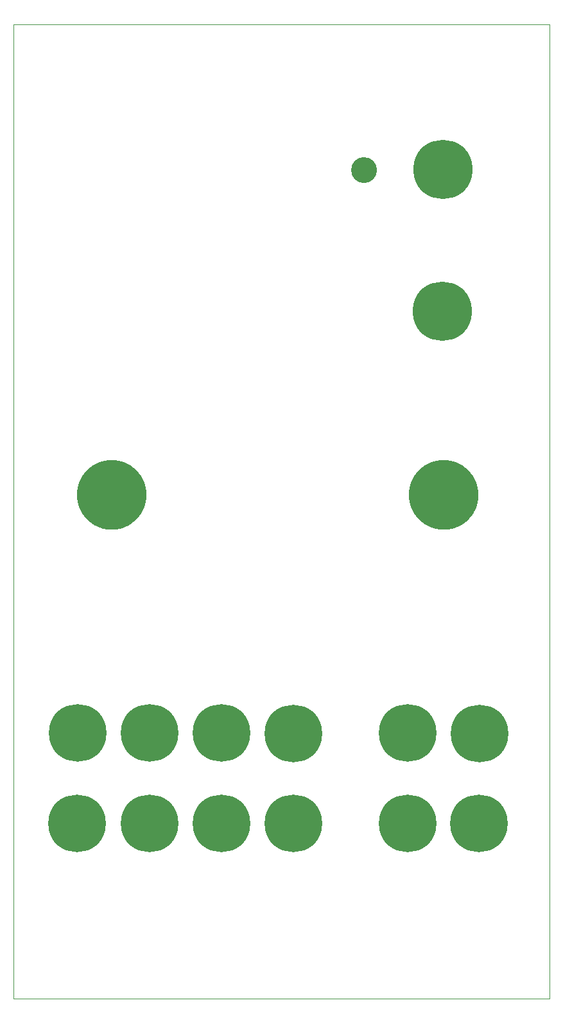
<source format=gts>
G75*
%MOIN*%
%OFA0B0*%
%FSLAX25Y25*%
%IPPOS*%
%LPD*%
%AMOC8*
5,1,8,0,0,1.08239X$1,22.5*
%
%ADD10C,0.00039*%
%ADD11C,0.00000*%
%ADD12C,0.36233*%
%ADD13C,0.13398*%
%ADD14R,0.02362X0.00394*%
%ADD15R,0.02756X0.00394*%
%ADD16R,0.03150X0.00394*%
%ADD17R,0.03543X0.00394*%
%ADD18R,0.01575X0.00394*%
%ADD19R,0.03937X0.00394*%
%ADD20R,0.04331X0.00394*%
%ADD21R,0.04724X0.00394*%
%ADD22R,0.05512X0.00394*%
%ADD23R,0.01969X0.00394*%
%ADD24R,0.05906X0.00394*%
%ADD25R,0.05118X0.00394*%
%ADD26R,0.01181X0.00394*%
%ADD27R,0.00394X0.00394*%
%ADD28R,0.07480X0.00394*%
%ADD29R,0.10236X0.00394*%
%ADD30R,0.13386X0.00394*%
%ADD31R,0.16142X0.00394*%
%ADD32R,0.20079X0.00394*%
%ADD33R,0.20866X0.00394*%
%ADD34R,0.18504X0.00394*%
%ADD35R,0.15354X0.00394*%
%ADD36R,0.12598X0.00394*%
%ADD37R,0.08661X0.00394*%
%ADD38R,0.06299X0.00394*%
%ADD39R,0.09843X0.00394*%
%ADD40R,0.11417X0.00394*%
%ADD41R,0.07874X0.00394*%
%ADD42R,0.19291X0.00394*%
%ADD43R,0.17323X0.00394*%
%ADD44R,0.12992X0.00394*%
%ADD45R,0.10630X0.00394*%
%ADD46R,0.14173X0.00394*%
%ADD47R,0.08268X0.00394*%
%ADD48R,0.07087X0.00394*%
%ADD49R,0.11024X0.00394*%
%ADD50R,0.21260X0.00394*%
%ADD51R,0.00787X0.00394*%
%ADD52R,0.06693X0.00394*%
%ADD53R,0.16929X0.00394*%
%ADD54R,0.19685X0.00394*%
%ADD55R,0.17717X0.00394*%
%ADD56R,0.14961X0.00394*%
%ADD57R,0.12205X0.00394*%
%ADD58R,0.09449X0.00394*%
%ADD59R,0.09055X0.00394*%
%ADD60R,0.22047X0.00394*%
%ADD61R,0.20472X0.00394*%
%ADD62R,0.18110X0.00394*%
%ADD63C,0.30784*%
%ADD64C,0.29898*%
D10*
X0003246Y0005215D02*
X0281543Y0005215D01*
X0281543Y0511120D01*
X0003246Y0511120D01*
X0003246Y0005215D01*
D11*
X0036464Y0266780D02*
X0036469Y0267215D01*
X0036485Y0267649D01*
X0036512Y0268083D01*
X0036549Y0268517D01*
X0036597Y0268949D01*
X0036656Y0269380D01*
X0036725Y0269809D01*
X0036804Y0270236D01*
X0036894Y0270662D01*
X0036995Y0271085D01*
X0037106Y0271505D01*
X0037227Y0271923D01*
X0037358Y0272337D01*
X0037500Y0272749D01*
X0037651Y0273156D01*
X0037813Y0273560D01*
X0037984Y0273960D01*
X0038165Y0274355D01*
X0038356Y0274746D01*
X0038556Y0275132D01*
X0038766Y0275513D01*
X0038985Y0275888D01*
X0039213Y0276259D01*
X0039450Y0276623D01*
X0039696Y0276982D01*
X0039951Y0277334D01*
X0040214Y0277680D01*
X0040486Y0278020D01*
X0040766Y0278352D01*
X0041054Y0278678D01*
X0041350Y0278997D01*
X0041653Y0279308D01*
X0041964Y0279611D01*
X0042283Y0279907D01*
X0042609Y0280195D01*
X0042941Y0280475D01*
X0043281Y0280747D01*
X0043627Y0281010D01*
X0043979Y0281265D01*
X0044338Y0281511D01*
X0044702Y0281748D01*
X0045073Y0281976D01*
X0045448Y0282195D01*
X0045829Y0282405D01*
X0046215Y0282605D01*
X0046606Y0282796D01*
X0047001Y0282977D01*
X0047401Y0283148D01*
X0047805Y0283310D01*
X0048212Y0283461D01*
X0048624Y0283603D01*
X0049038Y0283734D01*
X0049456Y0283855D01*
X0049876Y0283966D01*
X0050299Y0284067D01*
X0050725Y0284157D01*
X0051152Y0284236D01*
X0051581Y0284305D01*
X0052012Y0284364D01*
X0052444Y0284412D01*
X0052878Y0284449D01*
X0053312Y0284476D01*
X0053746Y0284492D01*
X0054181Y0284497D01*
X0054616Y0284492D01*
X0055050Y0284476D01*
X0055484Y0284449D01*
X0055918Y0284412D01*
X0056350Y0284364D01*
X0056781Y0284305D01*
X0057210Y0284236D01*
X0057637Y0284157D01*
X0058063Y0284067D01*
X0058486Y0283966D01*
X0058906Y0283855D01*
X0059324Y0283734D01*
X0059738Y0283603D01*
X0060150Y0283461D01*
X0060557Y0283310D01*
X0060961Y0283148D01*
X0061361Y0282977D01*
X0061756Y0282796D01*
X0062147Y0282605D01*
X0062533Y0282405D01*
X0062914Y0282195D01*
X0063289Y0281976D01*
X0063660Y0281748D01*
X0064024Y0281511D01*
X0064383Y0281265D01*
X0064735Y0281010D01*
X0065081Y0280747D01*
X0065421Y0280475D01*
X0065753Y0280195D01*
X0066079Y0279907D01*
X0066398Y0279611D01*
X0066709Y0279308D01*
X0067012Y0278997D01*
X0067308Y0278678D01*
X0067596Y0278352D01*
X0067876Y0278020D01*
X0068148Y0277680D01*
X0068411Y0277334D01*
X0068666Y0276982D01*
X0068912Y0276623D01*
X0069149Y0276259D01*
X0069377Y0275888D01*
X0069596Y0275513D01*
X0069806Y0275132D01*
X0070006Y0274746D01*
X0070197Y0274355D01*
X0070378Y0273960D01*
X0070549Y0273560D01*
X0070711Y0273156D01*
X0070862Y0272749D01*
X0071004Y0272337D01*
X0071135Y0271923D01*
X0071256Y0271505D01*
X0071367Y0271085D01*
X0071468Y0270662D01*
X0071558Y0270236D01*
X0071637Y0269809D01*
X0071706Y0269380D01*
X0071765Y0268949D01*
X0071813Y0268517D01*
X0071850Y0268083D01*
X0071877Y0267649D01*
X0071893Y0267215D01*
X0071898Y0266780D01*
X0071893Y0266345D01*
X0071877Y0265911D01*
X0071850Y0265477D01*
X0071813Y0265043D01*
X0071765Y0264611D01*
X0071706Y0264180D01*
X0071637Y0263751D01*
X0071558Y0263324D01*
X0071468Y0262898D01*
X0071367Y0262475D01*
X0071256Y0262055D01*
X0071135Y0261637D01*
X0071004Y0261223D01*
X0070862Y0260811D01*
X0070711Y0260404D01*
X0070549Y0260000D01*
X0070378Y0259600D01*
X0070197Y0259205D01*
X0070006Y0258814D01*
X0069806Y0258428D01*
X0069596Y0258047D01*
X0069377Y0257672D01*
X0069149Y0257301D01*
X0068912Y0256937D01*
X0068666Y0256578D01*
X0068411Y0256226D01*
X0068148Y0255880D01*
X0067876Y0255540D01*
X0067596Y0255208D01*
X0067308Y0254882D01*
X0067012Y0254563D01*
X0066709Y0254252D01*
X0066398Y0253949D01*
X0066079Y0253653D01*
X0065753Y0253365D01*
X0065421Y0253085D01*
X0065081Y0252813D01*
X0064735Y0252550D01*
X0064383Y0252295D01*
X0064024Y0252049D01*
X0063660Y0251812D01*
X0063289Y0251584D01*
X0062914Y0251365D01*
X0062533Y0251155D01*
X0062147Y0250955D01*
X0061756Y0250764D01*
X0061361Y0250583D01*
X0060961Y0250412D01*
X0060557Y0250250D01*
X0060150Y0250099D01*
X0059738Y0249957D01*
X0059324Y0249826D01*
X0058906Y0249705D01*
X0058486Y0249594D01*
X0058063Y0249493D01*
X0057637Y0249403D01*
X0057210Y0249324D01*
X0056781Y0249255D01*
X0056350Y0249196D01*
X0055918Y0249148D01*
X0055484Y0249111D01*
X0055050Y0249084D01*
X0054616Y0249068D01*
X0054181Y0249063D01*
X0053746Y0249068D01*
X0053312Y0249084D01*
X0052878Y0249111D01*
X0052444Y0249148D01*
X0052012Y0249196D01*
X0051581Y0249255D01*
X0051152Y0249324D01*
X0050725Y0249403D01*
X0050299Y0249493D01*
X0049876Y0249594D01*
X0049456Y0249705D01*
X0049038Y0249826D01*
X0048624Y0249957D01*
X0048212Y0250099D01*
X0047805Y0250250D01*
X0047401Y0250412D01*
X0047001Y0250583D01*
X0046606Y0250764D01*
X0046215Y0250955D01*
X0045829Y0251155D01*
X0045448Y0251365D01*
X0045073Y0251584D01*
X0044702Y0251812D01*
X0044338Y0252049D01*
X0043979Y0252295D01*
X0043627Y0252550D01*
X0043281Y0252813D01*
X0042941Y0253085D01*
X0042609Y0253365D01*
X0042283Y0253653D01*
X0041964Y0253949D01*
X0041653Y0254252D01*
X0041350Y0254563D01*
X0041054Y0254882D01*
X0040766Y0255208D01*
X0040486Y0255540D01*
X0040214Y0255880D01*
X0039951Y0256226D01*
X0039696Y0256578D01*
X0039450Y0256937D01*
X0039213Y0257301D01*
X0038985Y0257672D01*
X0038766Y0258047D01*
X0038556Y0258428D01*
X0038356Y0258814D01*
X0038165Y0259205D01*
X0037984Y0259600D01*
X0037813Y0260000D01*
X0037651Y0260404D01*
X0037500Y0260811D01*
X0037358Y0261223D01*
X0037227Y0261637D01*
X0037106Y0262055D01*
X0036995Y0262475D01*
X0036894Y0262898D01*
X0036804Y0263324D01*
X0036725Y0263751D01*
X0036656Y0264180D01*
X0036597Y0264611D01*
X0036549Y0265043D01*
X0036512Y0265477D01*
X0036485Y0265911D01*
X0036469Y0266345D01*
X0036464Y0266780D01*
X0178984Y0435677D02*
X0178986Y0435835D01*
X0178992Y0435993D01*
X0179002Y0436151D01*
X0179016Y0436309D01*
X0179034Y0436466D01*
X0179055Y0436623D01*
X0179081Y0436779D01*
X0179111Y0436935D01*
X0179144Y0437090D01*
X0179182Y0437243D01*
X0179223Y0437396D01*
X0179268Y0437548D01*
X0179317Y0437699D01*
X0179370Y0437848D01*
X0179426Y0437996D01*
X0179486Y0438142D01*
X0179550Y0438287D01*
X0179618Y0438430D01*
X0179689Y0438572D01*
X0179763Y0438712D01*
X0179841Y0438849D01*
X0179923Y0438985D01*
X0180007Y0439119D01*
X0180096Y0439250D01*
X0180187Y0439379D01*
X0180282Y0439506D01*
X0180379Y0439631D01*
X0180480Y0439753D01*
X0180584Y0439872D01*
X0180691Y0439989D01*
X0180801Y0440103D01*
X0180914Y0440214D01*
X0181029Y0440323D01*
X0181147Y0440428D01*
X0181268Y0440530D01*
X0181391Y0440630D01*
X0181517Y0440726D01*
X0181645Y0440819D01*
X0181775Y0440909D01*
X0181908Y0440995D01*
X0182043Y0441079D01*
X0182179Y0441158D01*
X0182318Y0441235D01*
X0182459Y0441307D01*
X0182601Y0441377D01*
X0182745Y0441442D01*
X0182891Y0441504D01*
X0183038Y0441562D01*
X0183187Y0441617D01*
X0183337Y0441668D01*
X0183488Y0441715D01*
X0183640Y0441758D01*
X0183793Y0441797D01*
X0183948Y0441833D01*
X0184103Y0441864D01*
X0184259Y0441892D01*
X0184415Y0441916D01*
X0184572Y0441936D01*
X0184730Y0441952D01*
X0184887Y0441964D01*
X0185046Y0441972D01*
X0185204Y0441976D01*
X0185362Y0441976D01*
X0185520Y0441972D01*
X0185679Y0441964D01*
X0185836Y0441952D01*
X0185994Y0441936D01*
X0186151Y0441916D01*
X0186307Y0441892D01*
X0186463Y0441864D01*
X0186618Y0441833D01*
X0186773Y0441797D01*
X0186926Y0441758D01*
X0187078Y0441715D01*
X0187229Y0441668D01*
X0187379Y0441617D01*
X0187528Y0441562D01*
X0187675Y0441504D01*
X0187821Y0441442D01*
X0187965Y0441377D01*
X0188107Y0441307D01*
X0188248Y0441235D01*
X0188387Y0441158D01*
X0188523Y0441079D01*
X0188658Y0440995D01*
X0188791Y0440909D01*
X0188921Y0440819D01*
X0189049Y0440726D01*
X0189175Y0440630D01*
X0189298Y0440530D01*
X0189419Y0440428D01*
X0189537Y0440323D01*
X0189652Y0440214D01*
X0189765Y0440103D01*
X0189875Y0439989D01*
X0189982Y0439872D01*
X0190086Y0439753D01*
X0190187Y0439631D01*
X0190284Y0439506D01*
X0190379Y0439379D01*
X0190470Y0439250D01*
X0190559Y0439119D01*
X0190643Y0438985D01*
X0190725Y0438849D01*
X0190803Y0438712D01*
X0190877Y0438572D01*
X0190948Y0438430D01*
X0191016Y0438287D01*
X0191080Y0438142D01*
X0191140Y0437996D01*
X0191196Y0437848D01*
X0191249Y0437699D01*
X0191298Y0437548D01*
X0191343Y0437396D01*
X0191384Y0437243D01*
X0191422Y0437090D01*
X0191455Y0436935D01*
X0191485Y0436779D01*
X0191511Y0436623D01*
X0191532Y0436466D01*
X0191550Y0436309D01*
X0191564Y0436151D01*
X0191574Y0435993D01*
X0191580Y0435835D01*
X0191582Y0435677D01*
X0191580Y0435519D01*
X0191574Y0435361D01*
X0191564Y0435203D01*
X0191550Y0435045D01*
X0191532Y0434888D01*
X0191511Y0434731D01*
X0191485Y0434575D01*
X0191455Y0434419D01*
X0191422Y0434264D01*
X0191384Y0434111D01*
X0191343Y0433958D01*
X0191298Y0433806D01*
X0191249Y0433655D01*
X0191196Y0433506D01*
X0191140Y0433358D01*
X0191080Y0433212D01*
X0191016Y0433067D01*
X0190948Y0432924D01*
X0190877Y0432782D01*
X0190803Y0432642D01*
X0190725Y0432505D01*
X0190643Y0432369D01*
X0190559Y0432235D01*
X0190470Y0432104D01*
X0190379Y0431975D01*
X0190284Y0431848D01*
X0190187Y0431723D01*
X0190086Y0431601D01*
X0189982Y0431482D01*
X0189875Y0431365D01*
X0189765Y0431251D01*
X0189652Y0431140D01*
X0189537Y0431031D01*
X0189419Y0430926D01*
X0189298Y0430824D01*
X0189175Y0430724D01*
X0189049Y0430628D01*
X0188921Y0430535D01*
X0188791Y0430445D01*
X0188658Y0430359D01*
X0188523Y0430275D01*
X0188387Y0430196D01*
X0188248Y0430119D01*
X0188107Y0430047D01*
X0187965Y0429977D01*
X0187821Y0429912D01*
X0187675Y0429850D01*
X0187528Y0429792D01*
X0187379Y0429737D01*
X0187229Y0429686D01*
X0187078Y0429639D01*
X0186926Y0429596D01*
X0186773Y0429557D01*
X0186618Y0429521D01*
X0186463Y0429490D01*
X0186307Y0429462D01*
X0186151Y0429438D01*
X0185994Y0429418D01*
X0185836Y0429402D01*
X0185679Y0429390D01*
X0185520Y0429382D01*
X0185362Y0429378D01*
X0185204Y0429378D01*
X0185046Y0429382D01*
X0184887Y0429390D01*
X0184730Y0429402D01*
X0184572Y0429418D01*
X0184415Y0429438D01*
X0184259Y0429462D01*
X0184103Y0429490D01*
X0183948Y0429521D01*
X0183793Y0429557D01*
X0183640Y0429596D01*
X0183488Y0429639D01*
X0183337Y0429686D01*
X0183187Y0429737D01*
X0183038Y0429792D01*
X0182891Y0429850D01*
X0182745Y0429912D01*
X0182601Y0429977D01*
X0182459Y0430047D01*
X0182318Y0430119D01*
X0182179Y0430196D01*
X0182043Y0430275D01*
X0181908Y0430359D01*
X0181775Y0430445D01*
X0181645Y0430535D01*
X0181517Y0430628D01*
X0181391Y0430724D01*
X0181268Y0430824D01*
X0181147Y0430926D01*
X0181029Y0431031D01*
X0180914Y0431140D01*
X0180801Y0431251D01*
X0180691Y0431365D01*
X0180584Y0431482D01*
X0180480Y0431601D01*
X0180379Y0431723D01*
X0180282Y0431848D01*
X0180187Y0431975D01*
X0180096Y0432104D01*
X0180007Y0432235D01*
X0179923Y0432369D01*
X0179841Y0432505D01*
X0179763Y0432642D01*
X0179689Y0432782D01*
X0179618Y0432924D01*
X0179550Y0433067D01*
X0179486Y0433212D01*
X0179426Y0433358D01*
X0179370Y0433506D01*
X0179317Y0433655D01*
X0179268Y0433806D01*
X0179223Y0433958D01*
X0179182Y0434111D01*
X0179144Y0434264D01*
X0179111Y0434419D01*
X0179081Y0434575D01*
X0179055Y0434731D01*
X0179034Y0434888D01*
X0179016Y0435045D01*
X0179002Y0435203D01*
X0178992Y0435361D01*
X0178986Y0435519D01*
X0178984Y0435677D01*
X0208905Y0266780D02*
X0208910Y0267215D01*
X0208926Y0267649D01*
X0208953Y0268083D01*
X0208990Y0268517D01*
X0209038Y0268949D01*
X0209097Y0269380D01*
X0209166Y0269809D01*
X0209245Y0270236D01*
X0209335Y0270662D01*
X0209436Y0271085D01*
X0209547Y0271505D01*
X0209668Y0271923D01*
X0209799Y0272337D01*
X0209941Y0272749D01*
X0210092Y0273156D01*
X0210254Y0273560D01*
X0210425Y0273960D01*
X0210606Y0274355D01*
X0210797Y0274746D01*
X0210997Y0275132D01*
X0211207Y0275513D01*
X0211426Y0275888D01*
X0211654Y0276259D01*
X0211891Y0276623D01*
X0212137Y0276982D01*
X0212392Y0277334D01*
X0212655Y0277680D01*
X0212927Y0278020D01*
X0213207Y0278352D01*
X0213495Y0278678D01*
X0213791Y0278997D01*
X0214094Y0279308D01*
X0214405Y0279611D01*
X0214724Y0279907D01*
X0215050Y0280195D01*
X0215382Y0280475D01*
X0215722Y0280747D01*
X0216068Y0281010D01*
X0216420Y0281265D01*
X0216779Y0281511D01*
X0217143Y0281748D01*
X0217514Y0281976D01*
X0217889Y0282195D01*
X0218270Y0282405D01*
X0218656Y0282605D01*
X0219047Y0282796D01*
X0219442Y0282977D01*
X0219842Y0283148D01*
X0220246Y0283310D01*
X0220653Y0283461D01*
X0221065Y0283603D01*
X0221479Y0283734D01*
X0221897Y0283855D01*
X0222317Y0283966D01*
X0222740Y0284067D01*
X0223166Y0284157D01*
X0223593Y0284236D01*
X0224022Y0284305D01*
X0224453Y0284364D01*
X0224885Y0284412D01*
X0225319Y0284449D01*
X0225753Y0284476D01*
X0226187Y0284492D01*
X0226622Y0284497D01*
X0227057Y0284492D01*
X0227491Y0284476D01*
X0227925Y0284449D01*
X0228359Y0284412D01*
X0228791Y0284364D01*
X0229222Y0284305D01*
X0229651Y0284236D01*
X0230078Y0284157D01*
X0230504Y0284067D01*
X0230927Y0283966D01*
X0231347Y0283855D01*
X0231765Y0283734D01*
X0232179Y0283603D01*
X0232591Y0283461D01*
X0232998Y0283310D01*
X0233402Y0283148D01*
X0233802Y0282977D01*
X0234197Y0282796D01*
X0234588Y0282605D01*
X0234974Y0282405D01*
X0235355Y0282195D01*
X0235730Y0281976D01*
X0236101Y0281748D01*
X0236465Y0281511D01*
X0236824Y0281265D01*
X0237176Y0281010D01*
X0237522Y0280747D01*
X0237862Y0280475D01*
X0238194Y0280195D01*
X0238520Y0279907D01*
X0238839Y0279611D01*
X0239150Y0279308D01*
X0239453Y0278997D01*
X0239749Y0278678D01*
X0240037Y0278352D01*
X0240317Y0278020D01*
X0240589Y0277680D01*
X0240852Y0277334D01*
X0241107Y0276982D01*
X0241353Y0276623D01*
X0241590Y0276259D01*
X0241818Y0275888D01*
X0242037Y0275513D01*
X0242247Y0275132D01*
X0242447Y0274746D01*
X0242638Y0274355D01*
X0242819Y0273960D01*
X0242990Y0273560D01*
X0243152Y0273156D01*
X0243303Y0272749D01*
X0243445Y0272337D01*
X0243576Y0271923D01*
X0243697Y0271505D01*
X0243808Y0271085D01*
X0243909Y0270662D01*
X0243999Y0270236D01*
X0244078Y0269809D01*
X0244147Y0269380D01*
X0244206Y0268949D01*
X0244254Y0268517D01*
X0244291Y0268083D01*
X0244318Y0267649D01*
X0244334Y0267215D01*
X0244339Y0266780D01*
X0244334Y0266345D01*
X0244318Y0265911D01*
X0244291Y0265477D01*
X0244254Y0265043D01*
X0244206Y0264611D01*
X0244147Y0264180D01*
X0244078Y0263751D01*
X0243999Y0263324D01*
X0243909Y0262898D01*
X0243808Y0262475D01*
X0243697Y0262055D01*
X0243576Y0261637D01*
X0243445Y0261223D01*
X0243303Y0260811D01*
X0243152Y0260404D01*
X0242990Y0260000D01*
X0242819Y0259600D01*
X0242638Y0259205D01*
X0242447Y0258814D01*
X0242247Y0258428D01*
X0242037Y0258047D01*
X0241818Y0257672D01*
X0241590Y0257301D01*
X0241353Y0256937D01*
X0241107Y0256578D01*
X0240852Y0256226D01*
X0240589Y0255880D01*
X0240317Y0255540D01*
X0240037Y0255208D01*
X0239749Y0254882D01*
X0239453Y0254563D01*
X0239150Y0254252D01*
X0238839Y0253949D01*
X0238520Y0253653D01*
X0238194Y0253365D01*
X0237862Y0253085D01*
X0237522Y0252813D01*
X0237176Y0252550D01*
X0236824Y0252295D01*
X0236465Y0252049D01*
X0236101Y0251812D01*
X0235730Y0251584D01*
X0235355Y0251365D01*
X0234974Y0251155D01*
X0234588Y0250955D01*
X0234197Y0250764D01*
X0233802Y0250583D01*
X0233402Y0250412D01*
X0232998Y0250250D01*
X0232591Y0250099D01*
X0232179Y0249957D01*
X0231765Y0249826D01*
X0231347Y0249705D01*
X0230927Y0249594D01*
X0230504Y0249493D01*
X0230078Y0249403D01*
X0229651Y0249324D01*
X0229222Y0249255D01*
X0228791Y0249196D01*
X0228359Y0249148D01*
X0227925Y0249111D01*
X0227491Y0249084D01*
X0227057Y0249068D01*
X0226622Y0249063D01*
X0226187Y0249068D01*
X0225753Y0249084D01*
X0225319Y0249111D01*
X0224885Y0249148D01*
X0224453Y0249196D01*
X0224022Y0249255D01*
X0223593Y0249324D01*
X0223166Y0249403D01*
X0222740Y0249493D01*
X0222317Y0249594D01*
X0221897Y0249705D01*
X0221479Y0249826D01*
X0221065Y0249957D01*
X0220653Y0250099D01*
X0220246Y0250250D01*
X0219842Y0250412D01*
X0219442Y0250583D01*
X0219047Y0250764D01*
X0218656Y0250955D01*
X0218270Y0251155D01*
X0217889Y0251365D01*
X0217514Y0251584D01*
X0217143Y0251812D01*
X0216779Y0252049D01*
X0216420Y0252295D01*
X0216068Y0252550D01*
X0215722Y0252813D01*
X0215382Y0253085D01*
X0215050Y0253365D01*
X0214724Y0253653D01*
X0214405Y0253949D01*
X0214094Y0254252D01*
X0213791Y0254563D01*
X0213495Y0254882D01*
X0213207Y0255208D01*
X0212927Y0255540D01*
X0212655Y0255880D01*
X0212392Y0256226D01*
X0212137Y0256578D01*
X0211891Y0256937D01*
X0211654Y0257301D01*
X0211426Y0257672D01*
X0211207Y0258047D01*
X0210997Y0258428D01*
X0210797Y0258814D01*
X0210606Y0259205D01*
X0210425Y0259600D01*
X0210254Y0260000D01*
X0210092Y0260404D01*
X0209941Y0260811D01*
X0209799Y0261223D01*
X0209668Y0261637D01*
X0209547Y0262055D01*
X0209436Y0262475D01*
X0209335Y0262898D01*
X0209245Y0263324D01*
X0209166Y0263751D01*
X0209097Y0264180D01*
X0209038Y0264611D01*
X0208990Y0265043D01*
X0208953Y0265477D01*
X0208926Y0265911D01*
X0208910Y0266345D01*
X0208905Y0266780D01*
D12*
X0226622Y0266780D03*
X0054181Y0266780D03*
D13*
X0185283Y0435677D03*
D14*
X0183364Y0411514D03*
X0167222Y0387892D03*
X0149900Y0303640D03*
X0231002Y0235923D03*
X0246750Y0259545D03*
X0243207Y0362695D03*
X0247537Y0441829D03*
X0241632Y0474900D03*
X0241632Y0475293D03*
X0241632Y0475687D03*
X0241632Y0477656D03*
X0241632Y0478049D03*
X0219191Y0492616D03*
X0219191Y0493010D03*
X0219191Y0493404D03*
X0219191Y0493797D03*
X0219191Y0494191D03*
X0219191Y0494585D03*
X0219191Y0494978D03*
X0219191Y0495372D03*
X0219191Y0495766D03*
X0219191Y0496159D03*
X0219191Y0496553D03*
X0219191Y0496947D03*
X0219191Y0497341D03*
X0219191Y0497734D03*
X0219191Y0498128D03*
X0219191Y0498522D03*
X0219191Y0498915D03*
X0219191Y0499309D03*
X0216435Y0499309D03*
X0216041Y0498522D03*
X0215648Y0497341D03*
X0212498Y0497341D03*
X0212498Y0497734D03*
X0212104Y0498128D03*
X0211711Y0498915D03*
X0208955Y0498915D03*
X0208955Y0498522D03*
X0208955Y0498128D03*
X0208955Y0497734D03*
X0208955Y0497341D03*
X0208955Y0496947D03*
X0208955Y0496553D03*
X0208955Y0496159D03*
X0208955Y0495766D03*
X0208955Y0495372D03*
X0208955Y0494978D03*
X0208955Y0494585D03*
X0208955Y0494191D03*
X0208955Y0493797D03*
X0208955Y0493404D03*
X0208955Y0493010D03*
X0208955Y0492616D03*
X0208955Y0499309D03*
X0214073Y0494585D03*
X0200687Y0492616D03*
X0199506Y0499703D03*
X0199506Y0500096D03*
X0199506Y0500490D03*
X0199506Y0500884D03*
X0193994Y0500884D03*
X0193994Y0501278D03*
X0193994Y0501671D03*
X0193994Y0500490D03*
X0193994Y0500096D03*
X0193994Y0499703D03*
X0193994Y0499309D03*
X0193994Y0498915D03*
X0193994Y0496553D03*
X0193994Y0496159D03*
X0193994Y0495766D03*
X0193994Y0495372D03*
X0193994Y0494978D03*
X0193994Y0494585D03*
X0193994Y0494191D03*
X0193994Y0493797D03*
X0193994Y0493404D03*
X0193994Y0493010D03*
X0193994Y0492616D03*
X0190057Y0501671D03*
X0187695Y0492616D03*
X0183758Y0496553D03*
X0183758Y0499703D03*
X0177459Y0498522D03*
X0177459Y0498128D03*
X0165648Y0498128D03*
X0165648Y0498522D03*
X0165648Y0498915D03*
X0165648Y0499309D03*
X0165648Y0499703D03*
X0165648Y0500096D03*
X0165648Y0500490D03*
X0165648Y0500884D03*
X0165648Y0501278D03*
X0165648Y0501671D03*
X0165648Y0502065D03*
X0165648Y0502459D03*
X0165648Y0502852D03*
X0165648Y0503246D03*
X0165648Y0503640D03*
X0165648Y0497734D03*
X0165648Y0497341D03*
X0165648Y0493010D03*
X0158167Y0493010D03*
X0158167Y0493404D03*
X0158167Y0493797D03*
X0158167Y0494191D03*
X0158167Y0494585D03*
X0158167Y0494978D03*
X0158167Y0495372D03*
X0158167Y0495766D03*
X0158167Y0496159D03*
X0158167Y0496553D03*
X0158167Y0496947D03*
X0158167Y0497341D03*
X0158167Y0497734D03*
X0158167Y0498128D03*
X0158167Y0498522D03*
X0158167Y0498915D03*
X0158167Y0503246D03*
X0153049Y0497734D03*
X0153049Y0497341D03*
X0152656Y0498522D03*
X0152262Y0499309D03*
X0152262Y0499703D03*
X0149112Y0500096D03*
X0149112Y0500490D03*
X0148719Y0499703D03*
X0148719Y0499309D03*
X0148325Y0498522D03*
X0148325Y0498128D03*
X0147931Y0497734D03*
X0147931Y0497341D03*
X0147931Y0496947D03*
X0147144Y0494978D03*
X0146750Y0494191D03*
X0146750Y0493797D03*
X0146356Y0493010D03*
X0154230Y0494191D03*
X0154230Y0494585D03*
X0154624Y0493010D03*
X0137301Y0493010D03*
X0137301Y0493404D03*
X0137301Y0493797D03*
X0137301Y0494191D03*
X0137301Y0494585D03*
X0137301Y0494978D03*
X0137301Y0495372D03*
X0137301Y0495766D03*
X0137301Y0496159D03*
X0137301Y0496553D03*
X0137301Y0496947D03*
X0137301Y0497341D03*
X0137301Y0497734D03*
X0137301Y0498128D03*
X0137301Y0498522D03*
X0137301Y0498915D03*
X0137301Y0499309D03*
X0137301Y0499703D03*
X0137301Y0500096D03*
X0137301Y0500490D03*
X0137301Y0500884D03*
X0137301Y0501278D03*
X0137301Y0501671D03*
X0137301Y0492616D03*
X0130608Y0493404D03*
X0123522Y0493404D03*
X0123522Y0493797D03*
X0123522Y0494191D03*
X0123522Y0494585D03*
X0123522Y0494978D03*
X0123522Y0495372D03*
X0123522Y0495766D03*
X0123522Y0496159D03*
X0123522Y0496553D03*
X0123522Y0496947D03*
X0123522Y0497341D03*
X0123522Y0497734D03*
X0123522Y0498128D03*
X0123522Y0498522D03*
X0123522Y0498915D03*
X0123522Y0502852D03*
X0123522Y0503246D03*
X0123522Y0493010D03*
X0123522Y0492616D03*
X0110530Y0503640D03*
X0108167Y0499309D03*
X0107774Y0498915D03*
X0107774Y0498522D03*
X0107380Y0498128D03*
X0107380Y0497734D03*
X0106986Y0496947D03*
X0104230Y0496947D03*
X0104230Y0497341D03*
X0103837Y0497734D03*
X0103837Y0498128D03*
X0103443Y0498522D03*
X0103443Y0498915D03*
X0105411Y0494585D03*
X0100687Y0503640D03*
X0094388Y0500490D03*
X0094388Y0500096D03*
X0094781Y0499309D03*
X0094781Y0498915D03*
X0095175Y0498522D03*
X0095175Y0498128D03*
X0095175Y0497734D03*
X0095569Y0496947D03*
X0096356Y0494978D03*
X0096356Y0494585D03*
X0096750Y0493797D03*
X0096750Y0493404D03*
X0090844Y0498522D03*
X0090844Y0498915D03*
X0090844Y0499309D03*
X0091238Y0499703D03*
X0091238Y0500096D03*
X0091632Y0500884D03*
X0092813Y0503640D03*
X0090451Y0498128D03*
X0090451Y0497734D03*
X0090451Y0497341D03*
X0090057Y0496947D03*
X0089270Y0494585D03*
X0088876Y0493404D03*
X0088482Y0493010D03*
X0085333Y0493010D03*
X0085333Y0497341D03*
X0085333Y0497734D03*
X0085333Y0498128D03*
X0085333Y0498522D03*
X0085333Y0498915D03*
X0085333Y0499309D03*
X0085333Y0499703D03*
X0085333Y0500096D03*
X0085333Y0500490D03*
X0085333Y0500884D03*
X0085333Y0501278D03*
X0085333Y0501671D03*
X0085333Y0502065D03*
X0085333Y0502459D03*
X0085333Y0502852D03*
X0085333Y0503246D03*
X0085333Y0503640D03*
X0077852Y0503246D03*
X0073128Y0501278D03*
X0073128Y0499703D03*
X0073128Y0499309D03*
X0074309Y0492616D03*
X0077852Y0493010D03*
X0020766Y0394978D03*
X0015254Y0384348D03*
X0015254Y0383955D03*
X0015254Y0383561D03*
X0007380Y0407970D03*
X0007380Y0408364D03*
X0007380Y0408758D03*
X0007380Y0409152D03*
X0007380Y0409545D03*
X0041238Y0215451D03*
X0041238Y0215057D03*
X0092419Y0044585D03*
X0092419Y0044191D03*
X0103443Y0021750D03*
X0103443Y0021356D03*
X0103443Y0020963D03*
X0103443Y0020569D03*
X0103443Y0020175D03*
X0103443Y0019781D03*
X0103443Y0019388D03*
X0103443Y0018994D03*
X0103443Y0018600D03*
X0103443Y0018207D03*
X0103443Y0017813D03*
X0103443Y0017419D03*
X0103443Y0017026D03*
X0103443Y0016632D03*
X0103443Y0016238D03*
X0103443Y0015844D03*
X0103443Y0015451D03*
X0103443Y0015057D03*
X0107380Y0019388D03*
X0107380Y0019781D03*
X0106986Y0020175D03*
X0106986Y0020569D03*
X0106593Y0021356D03*
X0110136Y0019388D03*
X0110530Y0019781D03*
X0110530Y0020175D03*
X0110923Y0020569D03*
X0111317Y0021356D03*
X0114467Y0021356D03*
X0114467Y0020963D03*
X0114467Y0020569D03*
X0114467Y0020175D03*
X0114467Y0019781D03*
X0114467Y0019388D03*
X0114467Y0018994D03*
X0114467Y0018600D03*
X0114467Y0018207D03*
X0114467Y0017813D03*
X0114467Y0017419D03*
X0114467Y0017026D03*
X0114467Y0016632D03*
X0114467Y0016238D03*
X0114467Y0015844D03*
X0114467Y0015451D03*
X0108955Y0016632D03*
X0108955Y0017026D03*
X0124309Y0023325D03*
X0130215Y0021750D03*
X0130215Y0021356D03*
X0130215Y0020963D03*
X0130215Y0020569D03*
X0130215Y0020175D03*
X0130215Y0019781D03*
X0130215Y0019388D03*
X0130215Y0018994D03*
X0130215Y0018600D03*
X0130215Y0018207D03*
X0130215Y0017813D03*
X0130215Y0017419D03*
X0130215Y0017026D03*
X0130215Y0016632D03*
X0130215Y0016238D03*
X0130215Y0015844D03*
X0130215Y0015451D03*
X0130215Y0015057D03*
X0135726Y0016632D03*
X0134545Y0019388D03*
X0134152Y0019781D03*
X0133758Y0020175D03*
X0133758Y0020569D03*
X0133364Y0020963D03*
X0133364Y0021356D03*
X0137301Y0020175D03*
X0137301Y0019781D03*
X0137695Y0020569D03*
X0138089Y0021356D03*
X0141238Y0021356D03*
X0141238Y0020963D03*
X0141238Y0020569D03*
X0141238Y0020175D03*
X0141238Y0019781D03*
X0141238Y0019388D03*
X0141238Y0018994D03*
X0141238Y0018600D03*
X0141238Y0018207D03*
X0141238Y0017813D03*
X0141238Y0017419D03*
X0141238Y0017026D03*
X0141238Y0016632D03*
X0141238Y0016238D03*
X0141238Y0015844D03*
X0141238Y0015451D03*
X0141238Y0015057D03*
X0141238Y0021750D03*
X0156986Y0021750D03*
X0156986Y0022144D03*
X0156986Y0021356D03*
X0156986Y0020963D03*
X0156986Y0020569D03*
X0156986Y0020175D03*
X0156986Y0019781D03*
X0156986Y0019388D03*
X0156986Y0018994D03*
X0156986Y0018600D03*
X0156986Y0018207D03*
X0156986Y0017813D03*
X0156986Y0017419D03*
X0156986Y0017026D03*
X0156986Y0016632D03*
X0156986Y0016238D03*
X0156986Y0015844D03*
X0156986Y0015451D03*
X0156986Y0015057D03*
X0160923Y0019781D03*
X0160923Y0020175D03*
X0160530Y0020569D03*
X0160530Y0020963D03*
X0160136Y0021356D03*
X0160136Y0021750D03*
X0159742Y0022144D03*
X0164073Y0019781D03*
X0164073Y0019388D03*
X0164467Y0020569D03*
X0164860Y0021356D03*
X0165254Y0021750D03*
X0165254Y0022144D03*
X0168010Y0022144D03*
X0168010Y0021750D03*
X0168010Y0021356D03*
X0168010Y0020963D03*
X0168010Y0020569D03*
X0168010Y0020175D03*
X0168010Y0019781D03*
X0168010Y0019388D03*
X0168010Y0018994D03*
X0168010Y0018600D03*
X0168010Y0018207D03*
X0168010Y0017813D03*
X0168010Y0017419D03*
X0168010Y0017026D03*
X0168010Y0016632D03*
X0168010Y0016238D03*
X0168010Y0015844D03*
X0168010Y0015451D03*
X0168010Y0015057D03*
X0162498Y0016632D03*
X0178246Y0023719D03*
X0076671Y0020569D03*
D15*
X0076474Y0020963D03*
X0077262Y0022931D03*
X0077656Y0023325D03*
X0078049Y0024112D03*
X0078443Y0024900D03*
X0103640Y0026474D03*
X0106396Y0021750D03*
X0106789Y0020963D03*
X0114270Y0021750D03*
X0114270Y0026474D03*
X0120175Y0023719D03*
X0120569Y0022931D03*
X0124112Y0022931D03*
X0124506Y0023719D03*
X0124900Y0024112D03*
X0125293Y0024900D03*
X0126081Y0026081D03*
X0130411Y0026474D03*
X0138285Y0021750D03*
X0137892Y0020963D03*
X0135530Y0017026D03*
X0144978Y0015057D03*
X0145766Y0016238D03*
X0146159Y0017026D03*
X0146553Y0017419D03*
X0146553Y0017813D03*
X0146947Y0018207D03*
X0147341Y0018600D03*
X0147341Y0018994D03*
X0151671Y0017419D03*
X0152065Y0017026D03*
X0150884Y0022931D03*
X0151278Y0023325D03*
X0151278Y0023719D03*
X0151671Y0024112D03*
X0152065Y0024900D03*
X0152459Y0025293D03*
X0152852Y0026081D03*
X0153246Y0026474D03*
X0157183Y0026474D03*
X0161120Y0019388D03*
X0162695Y0017026D03*
X0164270Y0020175D03*
X0164663Y0020963D03*
X0167813Y0026474D03*
X0174112Y0018994D03*
X0173719Y0018207D03*
X0173719Y0017813D03*
X0173325Y0017419D03*
X0172931Y0017026D03*
X0172931Y0016632D03*
X0172537Y0016238D03*
X0172144Y0015451D03*
X0171750Y0015057D03*
X0177656Y0018994D03*
X0177656Y0022931D03*
X0178049Y0023325D03*
X0178443Y0024112D03*
X0178837Y0024506D03*
X0178837Y0024900D03*
X0179230Y0025293D03*
X0179624Y0025687D03*
X0179624Y0026081D03*
X0180018Y0026474D03*
X0180018Y0015057D03*
X0146947Y0023719D03*
X0146553Y0024506D03*
X0145766Y0025687D03*
X0124506Y0018207D03*
X0120569Y0018994D03*
X0120175Y0018600D03*
X0120175Y0018207D03*
X0119781Y0017813D03*
X0119388Y0017026D03*
X0118994Y0016238D03*
X0118600Y0015451D03*
X0118207Y0015057D03*
X0114270Y0015057D03*
X0006002Y0204427D03*
X0026081Y0332774D03*
X0006002Y0337498D03*
X0015844Y0381986D03*
X0015451Y0382774D03*
X0015451Y0383167D03*
X0015451Y0384742D03*
X0015451Y0385136D03*
X0015451Y0385530D03*
X0015844Y0386317D03*
X0020175Y0393010D03*
X0020175Y0393404D03*
X0020569Y0393797D03*
X0020569Y0394191D03*
X0020569Y0394585D03*
X0020963Y0395372D03*
X0020963Y0395766D03*
X0020963Y0396159D03*
X0020963Y0396553D03*
X0020963Y0396947D03*
X0020963Y0397341D03*
X0020963Y0397734D03*
X0020569Y0398128D03*
X0020569Y0398522D03*
X0020569Y0398915D03*
X0007577Y0406789D03*
X0007577Y0407183D03*
X0007183Y0407577D03*
X0007577Y0409939D03*
X0007577Y0410333D03*
X0055608Y0495766D03*
X0055215Y0496553D03*
X0055215Y0496947D03*
X0055215Y0497341D03*
X0055215Y0497734D03*
X0055215Y0498128D03*
X0055215Y0498522D03*
X0055215Y0498915D03*
X0055215Y0499309D03*
X0055215Y0499703D03*
X0055215Y0500096D03*
X0055608Y0500490D03*
X0055608Y0500884D03*
X0059545Y0492616D03*
X0063089Y0495372D03*
X0063482Y0495766D03*
X0063482Y0496159D03*
X0063876Y0496553D03*
X0063876Y0496947D03*
X0063876Y0497341D03*
X0063876Y0497734D03*
X0063876Y0498128D03*
X0063876Y0498522D03*
X0063876Y0498915D03*
X0063876Y0499309D03*
X0063876Y0499703D03*
X0063482Y0500096D03*
X0063482Y0500490D03*
X0063089Y0500884D03*
X0067813Y0500884D03*
X0067813Y0501278D03*
X0067813Y0501671D03*
X0067813Y0500490D03*
X0067813Y0500096D03*
X0067813Y0499703D03*
X0067813Y0499309D03*
X0067813Y0498915D03*
X0067813Y0498522D03*
X0067813Y0496553D03*
X0067813Y0496159D03*
X0067813Y0495766D03*
X0067813Y0495372D03*
X0067813Y0494978D03*
X0067813Y0494585D03*
X0067813Y0494191D03*
X0067813Y0493797D03*
X0067813Y0493404D03*
X0067813Y0493010D03*
X0067813Y0492616D03*
X0072144Y0495766D03*
X0072144Y0496159D03*
X0071750Y0496553D03*
X0072537Y0495372D03*
X0072931Y0494585D03*
X0073325Y0493797D03*
X0073719Y0493404D03*
X0072931Y0498915D03*
X0073325Y0500096D03*
X0073325Y0500490D03*
X0073325Y0500884D03*
X0078049Y0502459D03*
X0078049Y0502852D03*
X0081199Y0498522D03*
X0081986Y0497734D03*
X0081986Y0497341D03*
X0085136Y0493797D03*
X0085136Y0493404D03*
X0089073Y0493797D03*
X0089073Y0494191D03*
X0089467Y0494978D03*
X0095372Y0497341D03*
X0096553Y0494191D03*
X0096947Y0493010D03*
X0100884Y0502852D03*
X0100884Y0503246D03*
X0105608Y0494978D03*
X0110333Y0503246D03*
X0115057Y0501671D03*
X0115057Y0501278D03*
X0115057Y0500884D03*
X0115057Y0500490D03*
X0115057Y0500096D03*
X0115057Y0499703D03*
X0115057Y0499309D03*
X0115057Y0496947D03*
X0115057Y0496553D03*
X0115057Y0496159D03*
X0115057Y0495766D03*
X0115057Y0495372D03*
X0115057Y0494978D03*
X0115057Y0494585D03*
X0123719Y0502459D03*
X0126474Y0498915D03*
X0126868Y0498522D03*
X0127262Y0498128D03*
X0127656Y0497341D03*
X0130411Y0493797D03*
X0146553Y0493404D03*
X0146947Y0494585D03*
X0148522Y0498915D03*
X0152852Y0498128D03*
X0153246Y0496947D03*
X0154033Y0494978D03*
X0154427Y0493797D03*
X0154427Y0493404D03*
X0158364Y0502852D03*
X0161514Y0498522D03*
X0161907Y0498128D03*
X0162301Y0497734D03*
X0165451Y0493797D03*
X0165451Y0493404D03*
X0169781Y0494585D03*
X0169781Y0494978D03*
X0169781Y0495372D03*
X0169781Y0495766D03*
X0169781Y0496159D03*
X0169781Y0496553D03*
X0169781Y0496947D03*
X0169781Y0497341D03*
X0169781Y0497734D03*
X0169781Y0498128D03*
X0169781Y0498522D03*
X0169781Y0498915D03*
X0169781Y0499309D03*
X0169781Y0499703D03*
X0169781Y0500096D03*
X0169781Y0500490D03*
X0169781Y0500884D03*
X0169781Y0501278D03*
X0169781Y0501671D03*
X0176474Y0500884D03*
X0176868Y0500490D03*
X0176868Y0500096D03*
X0177262Y0499703D03*
X0177262Y0499309D03*
X0177262Y0498915D03*
X0177262Y0497734D03*
X0177262Y0497341D03*
X0177262Y0496947D03*
X0176868Y0496553D03*
X0176868Y0496159D03*
X0176474Y0495372D03*
X0183561Y0496947D03*
X0183561Y0497341D03*
X0183561Y0497734D03*
X0183561Y0498128D03*
X0183561Y0498522D03*
X0183561Y0498915D03*
X0183561Y0499309D03*
X0183955Y0500096D03*
X0183955Y0500490D03*
X0184348Y0500884D03*
X0183955Y0496159D03*
X0183955Y0495766D03*
X0184348Y0495372D03*
X0194191Y0498522D03*
X0198915Y0498915D03*
X0199309Y0499309D03*
X0199309Y0501278D03*
X0198522Y0495766D03*
X0198915Y0494978D03*
X0199309Y0494585D03*
X0199309Y0494191D03*
X0199703Y0493797D03*
X0200096Y0493010D03*
X0204427Y0493010D03*
X0204427Y0493404D03*
X0204427Y0493797D03*
X0204427Y0494191D03*
X0204427Y0494585D03*
X0204427Y0494978D03*
X0204427Y0495372D03*
X0204427Y0495766D03*
X0204427Y0496159D03*
X0204427Y0496553D03*
X0204427Y0496947D03*
X0204427Y0497341D03*
X0204427Y0497734D03*
X0204427Y0498128D03*
X0204427Y0498522D03*
X0204427Y0498915D03*
X0204427Y0499309D03*
X0204427Y0499703D03*
X0204427Y0500096D03*
X0204427Y0500490D03*
X0204427Y0500884D03*
X0204427Y0501278D03*
X0204427Y0501671D03*
X0204427Y0502065D03*
X0204427Y0502459D03*
X0204427Y0502852D03*
X0204427Y0503246D03*
X0204427Y0503640D03*
X0209152Y0503640D03*
X0209152Y0503246D03*
X0213876Y0494978D03*
X0218994Y0503640D03*
X0223325Y0501671D03*
X0223325Y0501278D03*
X0223325Y0500884D03*
X0223325Y0500490D03*
X0223325Y0500096D03*
X0223325Y0499703D03*
X0223325Y0499309D03*
X0223325Y0496947D03*
X0223325Y0496553D03*
X0223325Y0496159D03*
X0223325Y0495766D03*
X0223325Y0495372D03*
X0223325Y0494978D03*
X0223325Y0494585D03*
X0236711Y0466632D03*
X0236317Y0465844D03*
X0236317Y0465451D03*
X0236317Y0465057D03*
X0236317Y0463482D03*
X0236317Y0463089D03*
X0236317Y0462695D03*
X0240648Y0472537D03*
X0241041Y0473325D03*
X0241435Y0473719D03*
X0241435Y0474112D03*
X0241435Y0474506D03*
X0241829Y0476081D03*
X0241829Y0476474D03*
X0241829Y0476868D03*
X0241829Y0477262D03*
X0241435Y0478443D03*
X0241435Y0478837D03*
X0254821Y0452852D03*
X0254821Y0452459D03*
X0254821Y0452065D03*
X0254821Y0451671D03*
X0254821Y0451278D03*
X0254821Y0450884D03*
X0254821Y0450490D03*
X0254821Y0450096D03*
X0254821Y0449703D03*
X0254821Y0449309D03*
X0254427Y0448522D03*
X0254033Y0447734D03*
X0204427Y0492616D03*
X0183167Y0411120D03*
X0170175Y0393404D03*
X0167419Y0388285D03*
X0150490Y0503246D03*
X0150490Y0503640D03*
X0243404Y0362301D03*
X0258364Y0361907D03*
X0246553Y0259152D03*
X0232774Y0239860D03*
X0232380Y0239467D03*
X0231593Y0237892D03*
X0231199Y0237104D03*
X0230805Y0236317D03*
X0124506Y0246553D03*
D16*
X0149506Y0304033D03*
X0118010Y0313876D03*
X0167616Y0388679D03*
X0167616Y0389073D03*
X0168010Y0389467D03*
X0168010Y0389860D03*
X0168404Y0390254D03*
X0168404Y0390648D03*
X0168797Y0391041D03*
X0168797Y0391435D03*
X0169191Y0391829D03*
X0169585Y0392222D03*
X0169585Y0392616D03*
X0169978Y0393010D03*
X0170372Y0393797D03*
X0170766Y0394191D03*
X0171159Y0394978D03*
X0171553Y0395372D03*
X0172341Y0396553D03*
X0172734Y0396947D03*
X0173522Y0398128D03*
X0173915Y0398522D03*
X0174703Y0399703D03*
X0175096Y0400096D03*
X0175490Y0400490D03*
X0175884Y0400884D03*
X0175884Y0401278D03*
X0176278Y0401671D03*
X0176671Y0402065D03*
X0177065Y0402459D03*
X0178246Y0404033D03*
X0179033Y0405215D03*
X0179427Y0405608D03*
X0180608Y0407183D03*
X0181002Y0407577D03*
X0181396Y0408364D03*
X0181789Y0408758D03*
X0182183Y0409545D03*
X0182577Y0409939D03*
X0182970Y0410333D03*
X0182970Y0410726D03*
X0199900Y0493404D03*
X0198719Y0495372D03*
X0198325Y0496159D03*
X0197931Y0496553D03*
X0209348Y0502459D03*
X0209348Y0502852D03*
X0214073Y0495372D03*
X0218797Y0502852D03*
X0218797Y0503246D03*
X0240451Y0472144D03*
X0240844Y0472931D03*
X0240057Y0471356D03*
X0238089Y0468600D03*
X0237695Y0468207D03*
X0237695Y0467813D03*
X0237301Y0467419D03*
X0236907Y0467026D03*
X0236514Y0466238D03*
X0236120Y0464663D03*
X0236120Y0464270D03*
X0236120Y0463876D03*
X0236514Y0462301D03*
X0236907Y0461907D03*
X0241238Y0479230D03*
X0241238Y0479624D03*
X0240844Y0480018D03*
X0253837Y0454427D03*
X0254230Y0454033D03*
X0254624Y0453640D03*
X0254624Y0453246D03*
X0254624Y0448915D03*
X0254230Y0448128D03*
X0253837Y0447341D03*
X0253443Y0446947D03*
X0258167Y0361514D03*
X0253443Y0355215D03*
X0251474Y0352459D03*
X0244388Y0360726D03*
X0243600Y0361907D03*
X0246356Y0258364D03*
X0245963Y0257970D03*
X0245963Y0257577D03*
X0245569Y0257183D03*
X0245175Y0256789D03*
X0244781Y0256002D03*
X0244388Y0255608D03*
X0243994Y0255215D03*
X0243207Y0254033D03*
X0242813Y0253640D03*
X0242419Y0252852D03*
X0242026Y0252459D03*
X0240057Y0250096D03*
X0238876Y0248522D03*
X0238482Y0248128D03*
X0238089Y0247734D03*
X0237695Y0246947D03*
X0237301Y0246553D03*
X0236907Y0246159D03*
X0236907Y0245766D03*
X0236514Y0245372D03*
X0236120Y0244978D03*
X0235333Y0243797D03*
X0234939Y0243404D03*
X0234152Y0242222D03*
X0233758Y0241435D03*
X0233364Y0241041D03*
X0233364Y0240648D03*
X0232970Y0240254D03*
X0232183Y0239073D03*
X0232183Y0238679D03*
X0231789Y0238285D03*
X0231396Y0237498D03*
X0231002Y0236711D03*
X0171947Y0026474D03*
X0172341Y0026081D03*
X0172734Y0025687D03*
X0172734Y0025293D03*
X0173128Y0024900D03*
X0173522Y0024506D03*
X0173522Y0024112D03*
X0173915Y0023719D03*
X0173915Y0023325D03*
X0174309Y0022931D03*
X0173915Y0018600D03*
X0172341Y0015844D03*
X0177852Y0018600D03*
X0178246Y0018207D03*
X0178246Y0017813D03*
X0178640Y0017419D03*
X0178640Y0017026D03*
X0179033Y0016632D03*
X0179427Y0015844D03*
X0179821Y0015451D03*
X0167616Y0025687D03*
X0167616Y0026081D03*
X0162498Y0017419D03*
X0157380Y0026081D03*
X0152656Y0025687D03*
X0151868Y0024506D03*
X0147537Y0022931D03*
X0147144Y0023325D03*
X0146750Y0024112D03*
X0146356Y0024900D03*
X0145963Y0025293D03*
X0145569Y0026081D03*
X0145175Y0026474D03*
X0140844Y0026474D03*
X0140844Y0026081D03*
X0135726Y0017813D03*
X0135726Y0017419D03*
X0130608Y0025687D03*
X0130608Y0026081D03*
X0126278Y0026474D03*
X0125884Y0025687D03*
X0125490Y0025293D03*
X0125096Y0024506D03*
X0123915Y0018994D03*
X0124309Y0018600D03*
X0124703Y0017813D03*
X0125096Y0017419D03*
X0125096Y0017026D03*
X0125490Y0016632D03*
X0125490Y0016238D03*
X0125884Y0015844D03*
X0125884Y0015451D03*
X0126278Y0015057D03*
X0119585Y0017419D03*
X0119191Y0016632D03*
X0118797Y0015844D03*
X0120372Y0023325D03*
X0119978Y0024112D03*
X0119585Y0024506D03*
X0119585Y0024900D03*
X0119191Y0025293D03*
X0118797Y0026081D03*
X0118404Y0026474D03*
X0114073Y0026081D03*
X0114073Y0025687D03*
X0108955Y0017813D03*
X0108955Y0017419D03*
X0103837Y0026081D03*
X0090844Y0041435D03*
X0090451Y0041041D03*
X0090057Y0040254D03*
X0089663Y0039860D03*
X0089270Y0039467D03*
X0088876Y0038679D03*
X0088482Y0038285D03*
X0088089Y0037892D03*
X0087301Y0036711D03*
X0086907Y0036317D03*
X0084152Y0032774D03*
X0083758Y0032380D03*
X0082970Y0031593D03*
X0082577Y0030805D03*
X0082183Y0030411D03*
X0081789Y0030018D03*
X0081789Y0029624D03*
X0081396Y0029230D03*
X0081002Y0028837D03*
X0081002Y0028443D03*
X0080608Y0028049D03*
X0080215Y0027656D03*
X0079821Y0026868D03*
X0079427Y0026474D03*
X0079033Y0025687D03*
X0078640Y0025293D03*
X0078246Y0024506D03*
X0077852Y0023719D03*
X0077065Y0022537D03*
X0077065Y0022144D03*
X0076671Y0021750D03*
X0076671Y0021356D03*
X0091238Y0042222D03*
X0091632Y0042616D03*
X0092026Y0043404D03*
X0092419Y0043797D03*
X0145175Y0015451D03*
X0145569Y0015844D03*
X0145963Y0016632D03*
X0150687Y0018994D03*
X0151081Y0018600D03*
X0151081Y0018207D03*
X0151474Y0017813D03*
X0152262Y0016632D03*
X0152656Y0016238D03*
X0152656Y0015844D03*
X0153049Y0015057D03*
X0039663Y0212301D03*
X0040057Y0212695D03*
X0040057Y0213089D03*
X0040451Y0213482D03*
X0040844Y0213876D03*
X0040844Y0214270D03*
X0041238Y0214663D03*
X0016435Y0381199D03*
X0016041Y0381593D03*
X0015648Y0382380D03*
X0015648Y0385923D03*
X0016041Y0386711D03*
X0016435Y0387104D03*
X0016829Y0387892D03*
X0018797Y0390648D03*
X0019191Y0391435D03*
X0019585Y0391829D03*
X0019585Y0392222D03*
X0019978Y0392616D03*
X0020372Y0399309D03*
X0019978Y0399703D03*
X0008561Y0411907D03*
X0008167Y0411514D03*
X0008167Y0411120D03*
X0007774Y0410726D03*
X0007774Y0406396D03*
X0008167Y0406002D03*
X0012498Y0415844D03*
X0056199Y0494978D03*
X0055805Y0495372D03*
X0055411Y0496159D03*
X0056199Y0501278D03*
X0062892Y0501278D03*
X0062498Y0494978D03*
X0072734Y0494978D03*
X0073128Y0494191D03*
X0073915Y0493010D03*
X0072341Y0498522D03*
X0072734Y0501671D03*
X0078246Y0502065D03*
X0080608Y0499309D03*
X0081002Y0498915D03*
X0081396Y0498128D03*
X0084939Y0494191D03*
X0092813Y0502852D03*
X0092813Y0503246D03*
X0101081Y0502459D03*
X0105411Y0495372D03*
X0110136Y0502065D03*
X0110136Y0502459D03*
X0110136Y0502852D03*
X0123915Y0502065D03*
X0127459Y0497734D03*
X0130215Y0494191D03*
X0150687Y0502852D03*
X0158561Y0502459D03*
X0161317Y0498915D03*
X0162498Y0497341D03*
X0165254Y0494191D03*
X0176671Y0495766D03*
X0176278Y0501278D03*
D17*
X0175687Y0501671D03*
X0176081Y0494978D03*
X0184742Y0494978D03*
X0184742Y0501278D03*
X0187892Y0503640D03*
X0198915Y0501671D03*
X0198522Y0498522D03*
X0209545Y0501671D03*
X0209545Y0502065D03*
X0213876Y0495766D03*
X0218600Y0501671D03*
X0218600Y0502065D03*
X0218600Y0502459D03*
X0240648Y0480411D03*
X0240254Y0471750D03*
X0239860Y0470963D03*
X0239467Y0470569D03*
X0239073Y0470175D03*
X0239073Y0469781D03*
X0238679Y0469388D03*
X0238285Y0468994D03*
X0237104Y0461514D03*
X0237498Y0461120D03*
X0248128Y0442222D03*
X0252459Y0445766D03*
X0252852Y0446159D03*
X0253246Y0446553D03*
X0253640Y0454821D03*
X0253246Y0455215D03*
X0243797Y0361514D03*
X0244191Y0361120D03*
X0244585Y0360333D03*
X0244978Y0359939D03*
X0245372Y0359545D03*
X0245766Y0359152D03*
X0246159Y0358758D03*
X0246553Y0358364D03*
X0246947Y0357970D03*
X0247734Y0356789D03*
X0248128Y0356396D03*
X0248522Y0356002D03*
X0248915Y0355608D03*
X0249309Y0355215D03*
X0253640Y0355608D03*
X0254033Y0356002D03*
X0254427Y0356396D03*
X0254821Y0356789D03*
X0254821Y0357183D03*
X0255215Y0357577D03*
X0255608Y0357970D03*
X0256002Y0358364D03*
X0256396Y0358758D03*
X0256789Y0359152D03*
X0256789Y0359545D03*
X0257183Y0359939D03*
X0257577Y0360333D03*
X0257970Y0360726D03*
X0257970Y0361120D03*
X0246553Y0258758D03*
X0244978Y0256396D03*
X0243797Y0254821D03*
X0243404Y0254427D03*
X0242616Y0253246D03*
X0241829Y0252065D03*
X0241435Y0251671D03*
X0241041Y0251278D03*
X0240648Y0250884D03*
X0240254Y0250490D03*
X0239860Y0249703D03*
X0239467Y0249309D03*
X0239073Y0248915D03*
X0237892Y0247341D03*
X0235923Y0244585D03*
X0235530Y0244191D03*
X0234742Y0243010D03*
X0234348Y0242616D03*
X0233955Y0241829D03*
X0170963Y0394585D03*
X0171750Y0395766D03*
X0172144Y0396159D03*
X0172931Y0397341D03*
X0173325Y0397734D03*
X0174112Y0398915D03*
X0174506Y0399309D03*
X0177262Y0402852D03*
X0177656Y0403246D03*
X0178049Y0403640D03*
X0178443Y0404427D03*
X0178837Y0404821D03*
X0179624Y0406002D03*
X0180018Y0406396D03*
X0180411Y0406789D03*
X0181199Y0407970D03*
X0181986Y0409152D03*
X0165057Y0494585D03*
X0158758Y0501671D03*
X0158758Y0502065D03*
X0150490Y0502459D03*
X0130018Y0494978D03*
X0130018Y0494585D03*
X0124112Y0501278D03*
X0124112Y0501671D03*
X0109939Y0501671D03*
X0109939Y0501278D03*
X0105608Y0495766D03*
X0101278Y0501671D03*
X0101278Y0502065D03*
X0093010Y0502459D03*
X0084742Y0494585D03*
X0078443Y0501671D03*
X0062301Y0501671D03*
X0056789Y0501671D03*
X0012301Y0415451D03*
X0019388Y0400490D03*
X0019781Y0400096D03*
X0018994Y0391041D03*
X0018600Y0390254D03*
X0018207Y0389860D03*
X0017813Y0389467D03*
X0017419Y0389073D03*
X0017419Y0388679D03*
X0017026Y0388285D03*
X0016632Y0387498D03*
X0022144Y0377262D03*
X0039467Y0211907D03*
X0039073Y0211514D03*
X0038679Y0211120D03*
X0038285Y0210726D03*
X0091829Y0043010D03*
X0091041Y0041829D03*
X0090254Y0040648D03*
X0089073Y0039073D03*
X0087892Y0037498D03*
X0087498Y0037104D03*
X0086711Y0035923D03*
X0086317Y0035530D03*
X0085923Y0035136D03*
X0085530Y0034742D03*
X0085136Y0034348D03*
X0085136Y0033955D03*
X0084742Y0033561D03*
X0084348Y0033167D03*
X0083561Y0031986D03*
X0082774Y0031199D03*
X0080018Y0027262D03*
X0079230Y0026081D03*
X0104033Y0025687D03*
X0104033Y0025293D03*
X0104033Y0024900D03*
X0113876Y0025293D03*
X0118994Y0025687D03*
X0130805Y0025293D03*
X0130805Y0024900D03*
X0140648Y0025293D03*
X0140648Y0025687D03*
X0152852Y0015451D03*
X0157577Y0025293D03*
X0157577Y0025687D03*
X0162695Y0017813D03*
X0167419Y0024900D03*
X0167419Y0025293D03*
X0176081Y0020963D03*
X0179230Y0016238D03*
X0278443Y0037498D03*
X0149309Y0304427D03*
D18*
X0149900Y0303246D03*
X0132183Y0306396D03*
X0145963Y0492616D03*
X0158167Y0503640D03*
X0214073Y0494191D03*
X0243207Y0363089D03*
X0246750Y0259939D03*
X0162498Y0016238D03*
X0135726Y0016238D03*
X0108955Y0016238D03*
X0092419Y0044978D03*
X0022734Y0376868D03*
X0012892Y0416238D03*
X0085726Y0492616D03*
D19*
X0084545Y0494978D03*
X0078640Y0501278D03*
X0092813Y0501671D03*
X0092813Y0502065D03*
X0101474Y0501278D03*
X0101474Y0500884D03*
X0105411Y0496159D03*
X0109742Y0500884D03*
X0124309Y0500884D03*
X0129821Y0495372D03*
X0150687Y0501671D03*
X0150687Y0502065D03*
X0158955Y0501278D03*
X0164860Y0495372D03*
X0164860Y0494978D03*
X0185333Y0501671D03*
X0209742Y0501278D03*
X0209742Y0500884D03*
X0214073Y0496159D03*
X0218404Y0501278D03*
X0240057Y0480805D03*
X0251868Y0445372D03*
X0248325Y0442616D03*
X0247144Y0357577D03*
X0247537Y0357183D03*
X0251474Y0352852D03*
X0149112Y0304821D03*
X0148719Y0305215D03*
X0136120Y0242222D03*
X0038089Y0210333D03*
X0037695Y0209939D03*
X0006593Y0204821D03*
X0016829Y0380805D03*
X0008561Y0405608D03*
X0008955Y0412301D03*
X0009348Y0412695D03*
X0059348Y0503640D03*
X0088089Y0472144D03*
X0104230Y0024506D03*
X0104230Y0024112D03*
X0108955Y0018600D03*
X0108955Y0018207D03*
X0113679Y0024506D03*
X0113679Y0024900D03*
X0122341Y0021356D03*
X0122341Y0020963D03*
X0122341Y0020569D03*
X0131002Y0024112D03*
X0131002Y0024506D03*
X0135726Y0018600D03*
X0135726Y0018207D03*
X0140451Y0024112D03*
X0140451Y0024506D03*
X0140451Y0024900D03*
X0149112Y0020963D03*
X0157774Y0024506D03*
X0157774Y0024900D03*
X0162498Y0018207D03*
X0167222Y0024112D03*
X0167222Y0024506D03*
D20*
X0167026Y0023719D03*
X0167026Y0023325D03*
X0162695Y0018600D03*
X0157970Y0023719D03*
X0157970Y0024112D03*
X0149309Y0020569D03*
X0148915Y0021356D03*
X0140254Y0023325D03*
X0140254Y0023719D03*
X0131199Y0023719D03*
X0113482Y0023719D03*
X0113482Y0024112D03*
X0104427Y0023719D03*
X0104427Y0023325D03*
X0176081Y0021356D03*
X0176081Y0020569D03*
X0148128Y0305608D03*
X0237892Y0460726D03*
X0239467Y0481199D03*
X0252852Y0455608D03*
X0251278Y0444978D03*
X0218207Y0500490D03*
X0218207Y0500884D03*
X0209939Y0500490D03*
X0209939Y0500096D03*
X0175293Y0494585D03*
X0164663Y0495766D03*
X0159152Y0500884D03*
X0150490Y0501278D03*
X0129624Y0496159D03*
X0129624Y0495766D03*
X0124506Y0500490D03*
X0109545Y0500490D03*
X0109545Y0500096D03*
X0105608Y0496553D03*
X0101671Y0499703D03*
X0101671Y0500096D03*
X0101671Y0500490D03*
X0084348Y0495372D03*
X0078837Y0500490D03*
X0078837Y0500884D03*
X0060333Y0477656D03*
X0018994Y0400884D03*
X0011907Y0415057D03*
X0009152Y0405215D03*
X0017419Y0380411D03*
X0006789Y0205215D03*
D21*
X0008955Y0206789D03*
X0009742Y0207183D03*
X0010136Y0207577D03*
X0010923Y0207970D03*
X0032577Y0206789D03*
X0036907Y0209545D03*
X0018010Y0380018D03*
X0018404Y0401278D03*
X0011711Y0414663D03*
X0011317Y0414270D03*
X0010923Y0413876D03*
X0010530Y0413482D03*
X0009742Y0413089D03*
X0079033Y0500096D03*
X0084152Y0496159D03*
X0084152Y0495766D03*
X0092813Y0501278D03*
X0101868Y0499309D03*
X0109348Y0499703D03*
X0124703Y0500096D03*
X0129427Y0496553D03*
X0159348Y0500096D03*
X0159348Y0500490D03*
X0164467Y0496159D03*
X0170766Y0492616D03*
X0210136Y0499703D03*
X0214073Y0496553D03*
X0218010Y0499703D03*
X0218010Y0500096D03*
X0238482Y0460333D03*
X0248719Y0443010D03*
X0250687Y0444585D03*
X0251474Y0353246D03*
X0147537Y0306002D03*
X0260136Y0041829D03*
X0175884Y0021750D03*
X0175884Y0020175D03*
X0166829Y0022537D03*
X0166829Y0022931D03*
X0162498Y0018994D03*
X0158167Y0022931D03*
X0158167Y0023325D03*
X0149112Y0021750D03*
X0149112Y0020175D03*
X0140057Y0022931D03*
X0135726Y0018994D03*
X0131396Y0022537D03*
X0131396Y0022931D03*
X0131396Y0023325D03*
X0122341Y0021750D03*
X0122341Y0020175D03*
X0113285Y0022931D03*
X0113285Y0023325D03*
X0108955Y0018994D03*
X0104624Y0022931D03*
D22*
X0122341Y0022537D03*
X0122341Y0022144D03*
X0122341Y0019781D03*
X0122341Y0019388D03*
X0149112Y0022144D03*
X0149112Y0022537D03*
X0175884Y0022537D03*
X0175884Y0022144D03*
X0175884Y0019781D03*
X0175884Y0019388D03*
X0036120Y0209152D03*
X0007380Y0337104D03*
X0021553Y0377656D03*
X0009742Y0404821D03*
X0059348Y0503246D03*
X0083758Y0496947D03*
X0159742Y0499309D03*
X0187695Y0503246D03*
X0249506Y0443797D03*
X0251474Y0354033D03*
X0126278Y0309545D03*
D23*
X0167419Y0387498D03*
X0158364Y0492616D03*
X0155215Y0492616D03*
X0152459Y0498915D03*
X0152065Y0500096D03*
X0152065Y0500490D03*
X0130805Y0500490D03*
X0130805Y0500096D03*
X0130805Y0499703D03*
X0130805Y0499309D03*
X0130805Y0498915D03*
X0130805Y0498522D03*
X0130805Y0498128D03*
X0130805Y0497734D03*
X0130805Y0497341D03*
X0130805Y0500884D03*
X0130805Y0501278D03*
X0130805Y0501671D03*
X0130805Y0502065D03*
X0130805Y0502459D03*
X0130805Y0502852D03*
X0130805Y0503246D03*
X0130805Y0503640D03*
X0130805Y0493010D03*
X0123325Y0503640D03*
X0110726Y0499309D03*
X0110726Y0498915D03*
X0110726Y0498522D03*
X0110726Y0498128D03*
X0110726Y0497734D03*
X0110726Y0497341D03*
X0110726Y0496947D03*
X0110726Y0496553D03*
X0110726Y0496159D03*
X0110726Y0495766D03*
X0110726Y0495372D03*
X0110726Y0494978D03*
X0110726Y0494585D03*
X0110726Y0494191D03*
X0110726Y0493797D03*
X0110726Y0493404D03*
X0110726Y0493010D03*
X0110726Y0492616D03*
X0105608Y0494191D03*
X0107183Y0497341D03*
X0100490Y0497341D03*
X0100490Y0497734D03*
X0100490Y0498128D03*
X0100490Y0498522D03*
X0100490Y0498915D03*
X0100490Y0496947D03*
X0100490Y0496553D03*
X0100490Y0496159D03*
X0100490Y0495766D03*
X0100490Y0495372D03*
X0100490Y0494978D03*
X0100490Y0494585D03*
X0100490Y0494191D03*
X0100490Y0493797D03*
X0100490Y0493404D03*
X0100490Y0493010D03*
X0100490Y0492616D03*
X0097341Y0492616D03*
X0094585Y0499703D03*
X0094191Y0500884D03*
X0091435Y0500490D03*
X0088285Y0492616D03*
X0077656Y0492616D03*
X0077656Y0493404D03*
X0077656Y0493797D03*
X0077656Y0494191D03*
X0077656Y0494585D03*
X0077656Y0494978D03*
X0077656Y0495372D03*
X0077656Y0495766D03*
X0077656Y0496159D03*
X0077656Y0496553D03*
X0077656Y0496947D03*
X0077656Y0497341D03*
X0077656Y0497734D03*
X0077656Y0498128D03*
X0077656Y0498522D03*
X0077656Y0498915D03*
X0077656Y0499309D03*
X0077656Y0503640D03*
X0190254Y0494978D03*
X0211514Y0499309D03*
X0211907Y0498522D03*
X0212695Y0496947D03*
X0215451Y0496947D03*
X0215844Y0497734D03*
X0215844Y0498128D03*
X0216238Y0498915D03*
X0258364Y0362301D03*
X0251278Y0352065D03*
X0230805Y0235530D03*
X0133167Y0021750D03*
X0137104Y0019388D03*
X0111514Y0021750D03*
X0111120Y0020963D03*
D24*
X0149309Y0019388D03*
X0012695Y0208758D03*
X0007577Y0206002D03*
X0017419Y0401671D03*
X0059545Y0493404D03*
X0069388Y0497341D03*
X0116632Y0497341D03*
X0116632Y0497734D03*
X0116632Y0498128D03*
X0116632Y0498522D03*
X0116632Y0498915D03*
X0171356Y0503640D03*
X0187498Y0493404D03*
X0139860Y0309545D03*
X0146159Y0306789D03*
X0127262Y0309152D03*
X0124506Y0310333D03*
X0123719Y0310726D03*
D25*
X0125293Y0309939D03*
X0118600Y0313482D03*
X0146947Y0306396D03*
X0125293Y0246159D03*
X0011514Y0208364D03*
X0007183Y0205608D03*
X0104821Y0022537D03*
X0104821Y0022144D03*
X0113089Y0022144D03*
X0113089Y0022537D03*
X0131593Y0022144D03*
X0139860Y0022144D03*
X0139860Y0022537D03*
X0149309Y0019781D03*
X0158364Y0022537D03*
X0251278Y0353640D03*
X0248915Y0443404D03*
X0250096Y0444191D03*
X0252065Y0456002D03*
X0239073Y0459939D03*
X0238679Y0481593D03*
X0195372Y0503640D03*
X0187498Y0493010D03*
X0164270Y0496553D03*
X0164270Y0496947D03*
X0159545Y0499703D03*
X0150490Y0500884D03*
X0129230Y0496947D03*
X0124900Y0499309D03*
X0124900Y0499703D03*
X0083955Y0496553D03*
X0079230Y0499703D03*
X0068994Y0503640D03*
X0059545Y0493010D03*
D26*
X0131199Y0492616D03*
X0166238Y0492616D03*
X0190254Y0495372D03*
X0190254Y0501278D03*
X0183167Y0411907D03*
X0167419Y0387104D03*
X0137104Y0241829D03*
X0230805Y0235136D03*
X0258364Y0362695D03*
X0258758Y0042222D03*
X0076868Y0020175D03*
X0005215Y0204033D03*
D27*
X0016632Y0333561D03*
X0078443Y0472931D03*
X0085530Y0474900D03*
X0149703Y0302852D03*
X0241829Y0457183D03*
X0263089Y0041829D03*
X0263089Y0039073D03*
X0279624Y0037104D03*
D28*
X0276474Y0037892D03*
X0121750Y0311514D03*
X0119781Y0312695D03*
X0032380Y0207183D03*
X0024112Y0333167D03*
X0020963Y0378443D03*
X0061514Y0477262D03*
X0059545Y0493797D03*
X0059545Y0502459D03*
X0070175Y0502459D03*
X0086317Y0472537D03*
X0172144Y0493404D03*
X0187498Y0493797D03*
X0187892Y0502459D03*
X0196553Y0502459D03*
X0196553Y0502065D03*
X0225687Y0502065D03*
X0225687Y0494191D03*
X0232380Y0484348D03*
X0236711Y0482380D03*
D29*
X0062892Y0476868D03*
X0022734Y0333561D03*
X0019191Y0211120D03*
X0275096Y0038285D03*
D30*
X0273522Y0038679D03*
X0031396Y0208364D03*
D31*
X0030411Y0208758D03*
X0272144Y0039073D03*
D32*
X0270175Y0039467D03*
X0080018Y0474112D03*
D33*
X0073719Y0474900D03*
X0135136Y0308758D03*
X0268207Y0039860D03*
D34*
X0266632Y0040254D03*
D35*
X0265057Y0040648D03*
X0019781Y0210333D03*
D36*
X0025490Y0209152D03*
X0132183Y0243797D03*
X0244781Y0458364D03*
X0245569Y0457970D03*
X0263679Y0041041D03*
D37*
X0261711Y0041435D03*
X0134152Y0243010D03*
X0120372Y0311907D03*
X0021159Y0378837D03*
X0020766Y0379230D03*
X0015254Y0402459D03*
X0012892Y0403640D03*
X0092813Y0495766D03*
X0092813Y0496159D03*
X0150687Y0495766D03*
X0172734Y0494191D03*
X0172734Y0502065D03*
X0233364Y0483955D03*
X0234152Y0483561D03*
X0235726Y0482774D03*
X0249506Y0456789D03*
D38*
X0251081Y0456396D03*
X0225096Y0497341D03*
X0225096Y0497734D03*
X0225096Y0498128D03*
X0225096Y0498522D03*
X0225096Y0498915D03*
X0195963Y0497341D03*
X0195963Y0496947D03*
X0195963Y0503246D03*
X0251474Y0354427D03*
X0135333Y0242616D03*
X0125884Y0245766D03*
X0123128Y0311120D03*
X0021159Y0378049D03*
X0019191Y0379624D03*
X0069585Y0496947D03*
X0069585Y0503246D03*
X0018797Y0211514D03*
X0007774Y0206396D03*
D39*
X0031986Y0207577D03*
X0242222Y0459152D03*
D40*
X0031593Y0207970D03*
D41*
X0014073Y0209152D03*
X0119978Y0312301D03*
X0187695Y0494191D03*
X0187695Y0502065D03*
X0172341Y0502852D03*
X0070372Y0502065D03*
X0012104Y0404033D03*
D42*
X0020569Y0209545D03*
D43*
X0019978Y0209939D03*
X0081396Y0473719D03*
D44*
X0019388Y0210726D03*
D45*
X0128443Y0244978D03*
X0133167Y0243404D03*
X0139467Y0309152D03*
D46*
X0130215Y0244585D03*
X0131002Y0244191D03*
X0020766Y0333955D03*
X0064860Y0476474D03*
D47*
X0059545Y0494191D03*
X0059545Y0502065D03*
X0093010Y0496553D03*
X0150490Y0496553D03*
X0150490Y0496159D03*
X0172537Y0493797D03*
X0172537Y0502459D03*
X0187498Y0494585D03*
X0126868Y0245372D03*
D48*
X0132577Y0306789D03*
X0144781Y0307183D03*
X0240451Y0459545D03*
X0225490Y0492616D03*
X0225490Y0493010D03*
X0225490Y0493404D03*
X0225490Y0493797D03*
X0225490Y0502459D03*
X0225490Y0502852D03*
X0225490Y0503246D03*
X0225490Y0503640D03*
X0196356Y0502852D03*
X0196356Y0498128D03*
X0171947Y0503246D03*
X0117222Y0503246D03*
X0117222Y0502852D03*
X0117222Y0502459D03*
X0117222Y0502065D03*
X0117222Y0503640D03*
X0117222Y0494191D03*
X0117222Y0493797D03*
X0117222Y0493404D03*
X0117222Y0493010D03*
X0117222Y0492616D03*
X0069978Y0498128D03*
X0069978Y0502852D03*
X0016435Y0402065D03*
D49*
X0084939Y0472931D03*
X0133364Y0307183D03*
X0247931Y0457183D03*
D50*
X0137301Y0307577D03*
X0136514Y0307970D03*
X0136120Y0308364D03*
X0015648Y0335136D03*
D51*
X0059348Y0478049D03*
X0068797Y0476868D03*
X0105411Y0493797D03*
X0117222Y0311514D03*
X0214073Y0493797D03*
X0247537Y0441435D03*
D52*
X0237498Y0481986D03*
X0196159Y0497734D03*
X0187892Y0502852D03*
X0171750Y0493010D03*
X0251278Y0354821D03*
X0119388Y0313089D03*
X0069781Y0497734D03*
X0059545Y0502852D03*
X0010726Y0404427D03*
D53*
X0019388Y0334348D03*
D54*
X0017616Y0334742D03*
D55*
X0013482Y0335530D03*
D56*
X0012104Y0335923D03*
X0082970Y0473325D03*
D57*
X0010726Y0336317D03*
X0243797Y0458758D03*
X0246553Y0457577D03*
D58*
X0009348Y0336711D03*
D59*
X0014663Y0402852D03*
X0013876Y0403246D03*
X0059545Y0494585D03*
X0093010Y0495372D03*
X0137498Y0502065D03*
X0137498Y0502459D03*
X0137498Y0502852D03*
X0137498Y0503246D03*
X0137498Y0503640D03*
X0150490Y0495372D03*
X0234742Y0483167D03*
D60*
X0077459Y0474506D03*
X0070372Y0475293D03*
D61*
X0068404Y0475687D03*
D62*
X0066829Y0476081D03*
D63*
X0226278Y0435726D03*
X0226081Y0362104D03*
D64*
X0207774Y0143207D03*
X0207774Y0096356D03*
X0244978Y0096159D03*
X0245175Y0143010D03*
X0148719Y0143010D03*
X0148719Y0096356D03*
X0111120Y0096159D03*
X0111120Y0143207D03*
X0073915Y0143207D03*
X0073915Y0096356D03*
X0036317Y0096356D03*
X0036514Y0143207D03*
M02*

</source>
